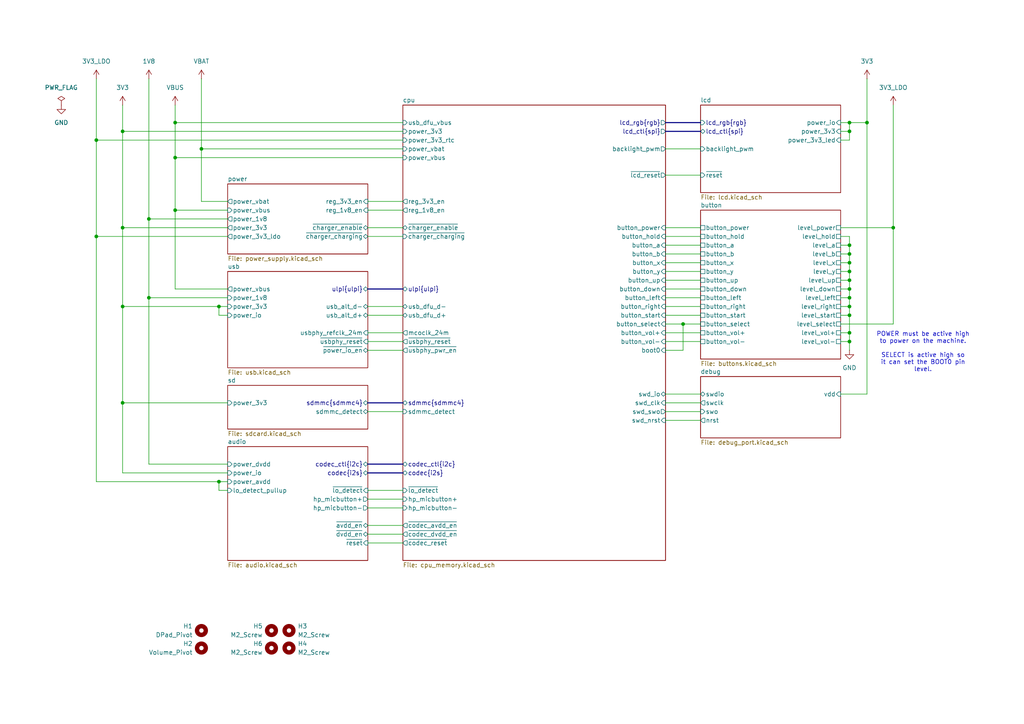
<source format=kicad_sch>
(kicad_sch (version 20250114) (generator "eeschema") (generator_version "9.0")
  (paper "A4")
  (title_block (title "Echo R1") (date "2024-11-14") (rev "Rev1") (comment 1 "Author: Aidan MacDonald") (comment 2 "Status: Released") (comment 3 "NOT RECOMMENDED FOR MANUFACTURE"))
  (lib_symbols
    (symbol "Mechanical:MountingHole" (pin_names (offset 1.016)) (exclude_from_sim yes) (in_bom no)
      (property "Reference" "H" (at 0 5.08 0))
      (property "Value" "MountingHole" (at 0 3.175 0))
      (symbol "MountingHole_0_1"
        (circle (center 0 0) (radius 1.27) (stroke (width 1.27)))
      )
    )
    (symbol "power:+1V8" (power) (pin_numbers (hide yes)) (pin_names (offset 0) (hide yes))
      (property "Value" "+1V8" (at 0 3.556 0))
      (symbol "+1V8_0_1"
        (polyline (pts (xy -0.762 1.27) (xy 0 2.54)))
        (polyline (pts (xy 0 2.54) (xy 0.762 1.27)))
        (polyline (pts (xy 0 0) (xy 0 2.54)))
      )
      (symbol "+1V8_1_1"
        (pin power_in line (at 0 0 90) (length 0) (name "~") (number "1"))
      )
    )
    (symbol "power:+3V3" (power) (pin_numbers (hide yes)) (pin_names (offset 0) (hide yes))
      (property "Value" "+3V3" (at 0 3.556 0))
      (symbol "+3V3_0_1"
        (polyline (pts (xy -0.762 1.27) (xy 0 2.54)))
        (polyline (pts (xy 0 2.54) (xy 0.762 1.27)))
        (polyline (pts (xy 0 0) (xy 0 2.54)))
      )
      (symbol "+3V3_1_1"
        (pin power_in line (at 0 0 90) (length 0) (name "~") (number "1"))
      )
    )
    (symbol "power:GND" (power) (pin_numbers (hide yes)) (pin_names (offset 0) (hide yes))
      (property "Value" "GND" (at 0 -3.81 0))
      (symbol "GND_0_1"
        (polyline (pts (xy 0 0) (xy 0 -1.27) (xy 1.27 -1.27) (xy 0 -2.54) (xy -1.27 -1.27) (xy 0 -1.27)))
      )
      (symbol "GND_1_1"
        (pin power_in line (at 0 0 270) (length 0) (name "~") (number "1"))
      )
    )
    (symbol "power:PWR_FLAG" (power) (pin_numbers (hide yes)) (pin_names (offset 0) (hide yes))
      (property "Value" "PWR_FLAG" (at 0 3.81 0))
      (symbol "PWR_FLAG_0_0"
        (pin power_out line (at 0 0 90) (length 0) (name "~") (number "1"))
      )
      (symbol "PWR_FLAG_0_1"
        (polyline (pts (xy 0 0) (xy 0 1.27) (xy -1.016 1.905) (xy 0 2.54) (xy 1.016 1.905) (xy 0 1.27)))
      )
    )
    (symbol "power:VBUS" (power) (pin_numbers (hide yes)) (pin_names (offset 0) (hide yes))
      (property "Value" "VBUS" (at 0 3.556 0))
      (symbol "VBUS_0_1"
        (polyline (pts (xy -0.762 1.27) (xy 0 2.54)))
        (polyline (pts (xy 0 2.54) (xy 0.762 1.27)))
        (polyline (pts (xy 0 0) (xy 0 2.54)))
      )
      (symbol "VBUS_1_1"
        (pin power_in line (at 0 0 90) (length 0) (name "~") (number "1"))
      )
    )
  )
  (bus_alias "i2c" (members "sda" "scl"))
  (bus_alias "i2s" (members "dplay" "drec" "bclk" "wclk" "mclk"))
  (bus_alias "rgb" (members "r[0..5]" "g[0..5]" "b[0..5]" "dotclk" "hsync" "vsync" "de"))
  (bus_alias "sdmmc4" (members "d[3..0]" "cmd" "clk"))
  (bus_alias "spi" (members "sda" "scl" "cs"))
  (bus_alias "ulpi" (members "d[7..0]" "nxt" "dir" "stp" "clk"))
  (text "POWER must be active high\nto power on the machine.\n\nSELECT is active high so\nit can set the BOOT0 pin\nlevel." (at 267.716 102.108 0) (effects (font (size 1.27 1.27))))
  (junction (at 43.18 86.36))
  (junction (at 27.94 40.64))
  (junction (at 246.38 86.36))
  (junction (at 246.38 81.28))
  (junction (at 50.8 45.72))
  (junction (at 246.38 78.74))
  (junction (at 246.38 76.2))
  (junction (at 50.8 60.96))
  (junction (at 246.38 96.52))
  (junction (at 50.8 35.56))
  (junction (at 35.56 66.04))
  (junction (at 35.56 88.9))
  (junction (at 63.5 88.9))
  (junction (at 246.38 73.66))
  (junction (at 198.12 93.98))
  (junction (at 58.42 43.18))
  (junction (at 246.38 99.06))
  (junction (at 246.38 91.44))
  (junction (at 35.56 116.84))
  (junction (at 251.46 35.56))
  (junction (at 246.38 38.1))
  (junction (at 27.94 68.58))
  (junction (at 246.38 71.12))
  (junction (at 63.5 139.7))
  (junction (at 246.38 83.82))
  (junction (at 246.38 35.56))
  (junction (at 35.56 38.1))
  (junction (at 246.38 88.9))
  (junction (at 259.08 66.04))
  (junction (at 43.18 63.5))
  (wire (pts (xy 243.84 35.56) (xy 246.38 35.56)))
  (wire (pts (xy 106.68 60.96) (xy 116.84 60.96)))
  (wire (pts (xy 50.8 45.72) (xy 50.8 60.96)))
  (wire (pts (xy 243.84 91.44) (xy 246.38 91.44)))
  (wire (pts (xy 106.68 88.9) (xy 116.84 88.9)))
  (bus (pts (xy 106.68 137.16) (xy 116.84 137.16)))
  (wire (pts (xy 66.04 91.44) (xy 63.5 91.44)))
  (wire (pts (xy 193.04 121.92) (xy 203.2 121.92)))
  (wire (pts (xy 106.68 144.78) (xy 116.84 144.78)))
  (wire (pts (xy 50.8 35.56) (xy 50.8 45.72)))
  (wire (pts (xy 66.04 60.96) (xy 50.8 60.96)))
  (wire (pts (xy 243.84 88.9) (xy 246.38 88.9)))
  (wire (pts (xy 246.38 96.52) (xy 246.38 91.44)))
  (wire (pts (xy 243.84 86.36) (xy 246.38 86.36)))
  (wire (pts (xy 50.8 83.82) (xy 50.8 60.96)))
  (wire (pts (xy 193.04 116.84) (xy 203.2 116.84)))
  (wire (pts (xy 246.38 40.64) (xy 246.38 38.1)))
  (wire (pts (xy 193.04 83.82) (xy 203.2 83.82)))
  (wire (pts (xy 246.38 35.56) (xy 251.46 35.56)))
  (wire (pts (xy 106.68 66.04) (xy 116.84 66.04)))
  (wire (pts (xy 246.38 71.12) (xy 246.38 68.58)))
  (wire (pts (xy 50.8 30.48) (xy 50.8 35.56)))
  (wire (pts (xy 193.04 88.9) (xy 203.2 88.9)))
  (wire (pts (xy 106.68 154.94) (xy 116.84 154.94)))
  (wire (pts (xy 27.94 40.64) (xy 116.84 40.64)))
  (wire (pts (xy 63.5 139.7) (xy 27.94 139.7)))
  (wire (pts (xy 246.38 76.2) (xy 246.38 73.66)))
  (wire (pts (xy 243.84 96.52) (xy 246.38 96.52)))
  (wire (pts (xy 251.46 35.56) (xy 251.46 22.86)))
  (wire (pts (xy 35.56 88.9) (xy 35.56 116.84)))
  (wire (pts (xy 243.84 40.64) (xy 246.38 40.64)))
  (wire (pts (xy 66.04 137.16) (xy 35.56 137.16)))
  (wire (pts (xy 66.04 88.9) (xy 63.5 88.9)))
  (wire (pts (xy 193.04 119.38) (xy 203.2 119.38)))
  (wire (pts (xy 27.94 40.64) (xy 27.94 22.86)))
  (bus (pts (xy 106.68 83.82) (xy 116.84 83.82)))
  (wire (pts (xy 193.04 76.2) (xy 203.2 76.2)))
  (wire (pts (xy 58.42 22.86) (xy 58.42 43.18)))
  (wire (pts (xy 198.12 93.98) (xy 203.2 93.98)))
  (wire (pts (xy 243.84 81.28) (xy 246.38 81.28)))
  (wire (pts (xy 243.84 38.1) (xy 246.38 38.1)))
  (wire (pts (xy 106.68 101.6) (xy 116.84 101.6)))
  (wire (pts (xy 66.04 86.36) (xy 43.18 86.36)))
  (wire (pts (xy 106.68 147.32) (xy 116.84 147.32)))
  (wire (pts (xy 193.04 96.52) (xy 203.2 96.52)))
  (wire (pts (xy 193.04 78.74) (xy 203.2 78.74)))
  (wire (pts (xy 246.38 88.9) (xy 246.38 86.36)))
  (wire (pts (xy 243.84 66.04) (xy 259.08 66.04)))
  (wire (pts (xy 43.18 22.86) (xy 43.18 63.5)))
  (wire (pts (xy 50.8 45.72) (xy 116.84 45.72)))
  (wire (pts (xy 35.56 66.04) (xy 35.56 88.9)))
  (wire (pts (xy 106.68 58.42) (xy 116.84 58.42)))
  (wire (pts (xy 106.68 157.48) (xy 116.84 157.48)))
  (wire (pts (xy 193.04 86.36) (xy 203.2 86.36)))
  (wire (pts (xy 58.42 43.18) (xy 58.42 58.42)))
  (wire (pts (xy 246.38 91.44) (xy 246.38 88.9)))
  (wire (pts (xy 198.12 101.6) (xy 198.12 93.98)))
  (wire (pts (xy 246.38 68.58) (xy 243.84 68.58)))
  (wire (pts (xy 193.04 101.6) (xy 198.12 101.6)))
  (wire (pts (xy 106.68 119.38) (xy 116.84 119.38)))
  (wire (pts (xy 106.68 152.4) (xy 116.84 152.4)))
  (wire (pts (xy 243.84 78.74) (xy 246.38 78.74)))
  (wire (pts (xy 246.38 73.66) (xy 246.38 71.12)))
  (wire (pts (xy 66.04 83.82) (xy 50.8 83.82)))
  (wire (pts (xy 193.04 71.12) (xy 203.2 71.12)))
  (wire (pts (xy 243.84 83.82) (xy 246.38 83.82)))
  (wire (pts (xy 66.04 68.58) (xy 27.94 68.58)))
  (wire (pts (xy 43.18 86.36) (xy 43.18 63.5)))
  (wire (pts (xy 259.08 30.48) (xy 259.08 66.04)))
  (wire (pts (xy 193.04 68.58) (xy 203.2 68.58)))
  (wire (pts (xy 43.18 63.5) (xy 66.04 63.5)))
  (wire (pts (xy 35.56 38.1) (xy 35.56 30.48)))
  (wire (pts (xy 66.04 134.62) (xy 43.18 134.62)))
  (wire (pts (xy 259.08 93.98) (xy 259.08 66.04)))
  (wire (pts (xy 50.8 35.56) (xy 116.84 35.56)))
  (wire (pts (xy 193.04 66.04) (xy 203.2 66.04)))
  (wire (pts (xy 193.04 93.98) (xy 198.12 93.98)))
  (wire (pts (xy 246.38 81.28) (xy 246.38 78.74)))
  (wire (pts (xy 35.56 38.1) (xy 116.84 38.1)))
  (wire (pts (xy 246.38 86.36) (xy 246.38 83.82)))
  (wire (pts (xy 243.84 71.12) (xy 246.38 71.12)))
  (wire (pts (xy 27.94 68.58) (xy 27.94 40.64)))
  (wire (pts (xy 66.04 58.42) (xy 58.42 58.42)))
  (wire (pts (xy 193.04 43.18) (xy 203.2 43.18)))
  (wire (pts (xy 106.68 91.44) (xy 116.84 91.44)))
  (bus (pts (xy 106.68 116.84) (xy 116.84 116.84)))
  (wire (pts (xy 243.84 99.06) (xy 246.38 99.06)))
  (wire (pts (xy 35.56 66.04) (xy 35.56 38.1)))
  (wire (pts (xy 243.84 73.66) (xy 246.38 73.66)))
  (wire (pts (xy 66.04 142.24) (xy 63.5 142.24)))
  (wire (pts (xy 193.04 73.66) (xy 203.2 73.66)))
  (wire (pts (xy 246.38 99.06) (xy 246.38 96.52)))
  (wire (pts (xy 106.68 142.24) (xy 116.84 142.24)))
  (bus (pts (xy 193.04 35.56) (xy 203.2 35.56)))
  (wire (pts (xy 193.04 99.06) (xy 203.2 99.06)))
  (wire (pts (xy 193.04 114.3) (xy 203.2 114.3)))
  (wire (pts (xy 193.04 50.8) (xy 203.2 50.8)))
  (wire (pts (xy 43.18 134.62) (xy 43.18 86.36)))
  (wire (pts (xy 66.04 66.04) (xy 35.56 66.04)))
  (wire (pts (xy 246.38 83.82) (xy 246.38 81.28)))
  (wire (pts (xy 66.04 116.84) (xy 35.56 116.84)))
  (wire (pts (xy 251.46 114.3) (xy 243.84 114.3)))
  (wire (pts (xy 27.94 139.7) (xy 27.94 68.58)))
  (wire (pts (xy 35.56 116.84) (xy 35.56 137.16)))
  (wire (pts (xy 58.42 43.18) (xy 116.84 43.18)))
  (wire (pts (xy 246.38 101.6) (xy 246.38 99.06)))
  (wire (pts (xy 251.46 35.56) (xy 251.46 114.3)))
  (bus (pts (xy 106.68 134.62) (xy 116.84 134.62)))
  (bus (pts (xy 193.04 38.1) (xy 203.2 38.1)))
  (wire (pts (xy 106.68 99.06) (xy 116.84 99.06)))
  (wire (pts (xy 106.68 96.52) (xy 116.84 96.52)))
  (wire (pts (xy 243.84 76.2) (xy 246.38 76.2)))
  (wire (pts (xy 246.38 35.56) (xy 246.38 38.1)))
  (wire (pts (xy 63.5 139.7) (xy 63.5 142.24)))
  (wire (pts (xy 246.38 78.74) (xy 246.38 76.2)))
  (wire (pts (xy 243.84 93.98) (xy 259.08 93.98)))
  (wire (pts (xy 106.68 68.58) (xy 116.84 68.58)))
  (wire (pts (xy 63.5 91.44) (xy 63.5 88.9)))
  (wire (pts (xy 35.56 88.9) (xy 63.5 88.9)))
  (wire (pts (xy 193.04 81.28) (xy 203.2 81.28)))
  (wire (pts (xy 193.04 91.44) (xy 203.2 91.44)))
  (wire (pts (xy 66.04 139.7) (xy 63.5 139.7)))
  (symbol (lib_id "power:+3V3") (at 27.94 22.86 0) (unit 1)
    (property "Reference" "#PWR01" (effects (hide yes)))
    (property "Value" "3V3_LDO" (at 27.94 17.78 0))
    (property "Description" "Power symbol creates a global label with name \"+3V3\"" (effects (hide yes)))
  )
  (symbol (lib_id "power:VBUS") (at 50.8 30.48 0) (unit 1)
    (property "Reference" "#PWR04" (effects (hide yes)))
    (property "Value" "VBUS" (at 50.8 25.4 0))
    (property "Description" "Power symbol creates a global label with name \"VBUS\"" (effects (hide yes)))
  )
  (symbol (lib_id "Mechanical:MountingHole") (at 78.74 182.88 0) (mirror y) (unit 1) (exclude_from_sim yes) (in_bom no)
    (property "Reference" "H5" (at 76.2 181.6099 0) (effects (justify left)))
    (property "Value" "M2_Screw" (at 76.2 184.1499 0) (effects (justify left)))
    (property "Footprint" "MountingHole:MountingHole_2.2mm_M2" (effects (hide yes)))
    (property "Description" "Mounting Hole without connection" (effects (hide yes)))
  )
  (symbol (lib_id "power:VBUS") (at 58.42 22.86 0) (unit 1)
    (property "Reference" "#PWR05" (effects (hide yes)))
    (property "Value" "VBAT" (at 58.42 17.78 0))
    (property "Description" "Power symbol creates a global label with name \"VBUS\"" (effects (hide yes)))
  )
  (symbol (lib_id "power:+3V3") (at 259.08 30.48 0) (unit 1)
    (property "Reference" "#PWR08" (effects (hide yes)))
    (property "Value" "3V3_LDO" (at 259.08 25.4 0))
    (property "Description" "Power symbol creates a global label with name \"+3V3\"" (effects (hide yes)))
  )
  (symbol (lib_id "power:PWR_FLAG") (at 17.78 30.48 0) (unit 1)
    (property "Reference" "#FLG07" (effects (hide yes)))
    (property "Value" "PWR_FLAG" (at 17.78 25.4 0))
    (property "Description" "Special symbol for telling ERC where power comes from" (effects (hide yes)))
  )
  (symbol (lib_id "power:GND") (at 17.78 30.48 0) (unit 1)
    (property "Reference" "#PWR053" (effects (hide yes)))
    (property "Value" "GND" (at 17.78 35.56 0))
    (property "Description" "Power symbol creates a global label with name \"GND\" , ground" (effects (hide yes)))
  )
  (symbol (lib_id "Mechanical:MountingHole") (at 83.82 187.96 0) (unit 1) (exclude_from_sim yes) (in_bom no)
    (property "Reference" "H4" (at 86.36 186.6899 0) (effects (justify left)))
    (property "Value" "M2_Screw" (at 86.36 189.2299 0) (effects (justify left)))
    (property "Footprint" "MountingHole:MountingHole_2.2mm_M2" (effects (hide yes)))
    (property "Description" "Mounting Hole without connection" (effects (hide yes)))
  )
  (symbol (lib_id "power:+1V8") (at 43.18 22.86 0) (unit 1)
    (property "Reference" "#PWR03" (effects (hide yes)))
    (property "Value" "1V8" (at 43.18 17.78 0))
    (property "Description" "Power symbol creates a global label with name \"+1V8\"" (effects (hide yes)))
  )
  (symbol (lib_id "Mechanical:MountingHole") (at 78.74 187.96 0) (mirror y) (unit 1) (exclude_from_sim yes) (in_bom no)
    (property "Reference" "H6" (at 76.2 186.6899 0) (effects (justify left)))
    (property "Value" "M2_Screw" (at 76.2 189.2299 0) (effects (justify left)))
    (property "Footprint" "MountingHole:MountingHole_2.2mm_M2" (effects (hide yes)))
    (property "Description" "Mounting Hole without connection" (effects (hide yes)))
  )
  (symbol (lib_id "Mechanical:MountingHole") (at 58.42 182.88 0) (mirror y) (unit 1) (exclude_from_sim yes) (in_bom no)
    (property "Reference" "H1" (at 55.88 181.6099 0) (effects (justify left)))
    (property "Value" "DPad_Pivot" (at 55.88 184.1499 0) (effects (justify left)))
    (property "Footprint" "MountingHole:MountingHole_4mm" (effects (hide yes)))
    (property "Description" "Mounting Hole without connection" (effects (hide yes)))
  )
  (symbol (lib_id "power:+1V8") (at 251.46 22.86 0) (mirror y) (unit 1)
    (property "Reference" "#PWR07" (effects (hide yes)))
    (property "Value" "3V3" (at 251.46 17.78 0))
    (property "Description" "Power symbol creates a global label with name \"+1V8\"" (effects (hide yes)))
  )
  (symbol (lib_id "power:+3V3") (at 35.56 30.48 0) (unit 1)
    (property "Reference" "#PWR02" (effects (hide yes)))
    (property "Value" "3V3" (at 35.56 25.4 0))
    (property "Description" "Power symbol creates a global label with name \"+3V3\"" (effects (hide yes)))
  )
  (symbol (lib_id "Mechanical:MountingHole") (at 83.82 182.88 0) (unit 1) (exclude_from_sim yes) (in_bom no)
    (property "Reference" "H3" (at 86.36 181.6099 0) (effects (justify left)))
    (property "Value" "M2_Screw" (at 86.36 184.1499 0) (effects (justify left)))
    (property "Footprint" "MountingHole:MountingHole_2.2mm_M2" (effects (hide yes)))
    (property "Description" "Mounting Hole without connection" (effects (hide yes)))
  )
  (symbol (lib_id "power:GND") (at 246.38 101.6 0) (unit 1)
    (property "Reference" "#PWR058" (effects (hide yes)))
    (property "Value" "GND" (at 246.38 106.68 0))
    (property "Description" "Power symbol creates a global label with name \"GND\" , ground" (effects (hide yes)))
  )
  (symbol (lib_id "Mechanical:MountingHole") (at 58.42 187.96 0) (mirror y) (unit 1) (exclude_from_sim yes) (in_bom no)
    (property "Reference" "H2" (at 55.88 186.6899 0) (effects (justify left)))
    (property "Value" "Volume_Pivot" (at 55.88 189.2299 0) (effects (justify left)))
    (property "Footprint" "MountingHole:MountingHole_4mm" (effects (hide yes)))
    (property "Description" "Mounting Hole without connection" (effects (hide yes)))
  )
  (sheet (at 66.04 78.74) (size 40.64 27.94) (stroke (width 0.1524))
    (property "Sheetname" "usb" (at 66.04 78.0284 0) (effects (justify left bottom)))
    (property "Sheetfile" "usb.kicad_sch" (at 66.04 107.2646 0) (effects (justify left top)))
    (pin "power_io" input (at 66.04 91.44 180))
    (pin "power_1v8" input (at 66.04 86.36 180))
    (pin "power_3v3" input (at 66.04 88.9 180))
    (pin "~{usbphy_reset}" input (at 106.68 99.06 0))
    (pin "usb_alt_d+" bidirectional (at 106.68 91.44 0))
    (pin "usb_alt_d-" bidirectional (at 106.68 88.9 0))
    (pin "usbphy_refclk_24m" input (at 106.68 96.52 0))
    (pin "power_vbus" output (at 66.04 83.82 180))
    (pin "~{power_io_en}" tri_state (at 106.68 101.6 0))
    (pin "ulpi{ulpi}" bidirectional (at 106.68 83.82 0))
  )
  (sheet (at 66.04 111.76) (size 40.64 12.7) (stroke (width 0.1524))
    (property "Sheetname" "sd" (at 66.04 111.0484 0) (effects (justify left bottom)))
    (property "Sheetfile" "sdcard.kicad_sch" (at 66.04 125.0446 0) (effects (justify left top)))
    (pin "sdmmc_detect" tri_state (at 106.68 119.38 0))
    (pin "power_3v3" input (at 66.04 116.84 180))
    (pin "sdmmc{sdmmc4}" bidirectional (at 106.68 116.84 0))
  )
  (sheet (at 203.2 30.48) (size 40.64 25.4) (stroke (width 0.1524))
    (property "Sheetname" "lcd" (at 203.2 29.7684 0) (effects (justify left bottom)))
    (property "Sheetfile" "lcd.kicad_sch" (at 203.2 56.4646 0) (effects (justify left top)))
    (pin "power_io" input (at 243.84 35.56 0))
    (pin "power_3v3" input (at 243.84 38.1 0))
    (pin "backlight_pwm" input (at 203.2 43.18 180))
    (pin "power_3v3_led" input (at 243.84 40.64 0))
    (pin "~{reset}" input (at 203.2 50.8 180))
    (pin "lcd_ctl{spi}" bidirectional (at 203.2 38.1 180))
    (pin "lcd_rgb{rgb}" input (at 203.2 35.56 180))
  )
  (sheet (at 66.04 53.34) (size 40.64 20.32) (stroke (width 0.1524))
    (property "Sheetname" "power" (at 66.04 52.6284 0) (effects (justify left bottom)))
    (property "Sheetfile" "power_supply.kicad_sch" (at 66.04 74.2446 0) (effects (justify left top)))
    (pin "power_vbat" output (at 66.04 58.42 180))
    (pin "power_vbus" input (at 66.04 60.96 180))
    (pin "power_1v8" output (at 66.04 63.5 180))
    (pin "power_3v3" output (at 66.04 66.04 180))
    (pin "reg_1v8_en" input (at 106.68 60.96 0))
    (pin "~{charger_charging}" tri_state (at 106.68 68.58 0))
    (pin "power_3v3_ldo" output (at 66.04 68.58 180))
    (pin "reg_3v3_en" input (at 106.68 58.42 0))
    (pin "~{charger_enable}" tri_state (at 106.68 66.04 0))
  )
  (sheet (at 203.2 60.96) (size 40.64 43.18) (stroke (width 0.1524))
    (property "Sheetname" "button" (at 203.2 60.2484 0) (effects (justify left bottom)))
    (property "Sheetfile" "buttons.kicad_sch" (at 203.2 104.7246 0) (effects (justify left top)))
    (pin "button_b" passive (at 203.2 73.66 180))
    (pin "button_a" passive (at 203.2 71.12 180))
    (pin "button_power" passive (at 203.2 66.04 180))
    (pin "level_power" passive (at 243.84 66.04 0))
    (pin "level_a" passive (at 243.84 71.12 0))
    (pin "level_b" passive (at 243.84 73.66 0))
    (pin "button_hold" passive (at 203.2 68.58 180))
    (pin "level_hold" passive (at 243.84 68.58 0))
    (pin "level_x" passive (at 243.84 76.2 0))
    (pin "level_y" passive (at 243.84 78.74 0))
    (pin "button_y" passive (at 203.2 78.74 180))
    (pin "button_x" passive (at 203.2 76.2 180))
    (pin "button_select" passive (at 203.2 93.98 180))
    (pin "button_start" passive (at 203.2 91.44 180))
    (pin "level_start" passive (at 243.84 91.44 0))
    (pin "level_select" passive (at 243.84 93.98 0))
    (pin "level_up" passive (at 243.84 81.28 0))
    (pin "level_down" passive (at 243.84 83.82 0))
    (pin "level_left" passive (at 243.84 86.36 0))
    (pin "level_right" passive (at 243.84 88.9 0))
    (pin "button_right" passive (at 203.2 88.9 180))
    (pin "button_left" passive (at 203.2 86.36 180))
    (pin "button_down" passive (at 203.2 83.82 180))
    (pin "button_up" passive (at 203.2 81.28 180))
    (pin "button_vol+" passive (at 203.2 96.52 180))
    (pin "button_vol-" passive (at 203.2 99.06 180))
    (pin "level_vol+" passive (at 243.84 96.52 0))
    (pin "level_vol-" passive (at 243.84 99.06 0))
  )
  (sheet (at 116.84 30.48) (size 76.2 132.08) (stroke (width 0.1524))
    (property "Sheetname" "cpu" (at 116.84 29.7684 0) (effects (justify left bottom)))
    (property "Sheetfile" "cpu_memory.kicad_sch" (at 116.84 163.1446 0) (effects (justify left top)))
    (pin "usb_dfu_d+" bidirectional (at 116.84 91.44 180))
    (pin "swd_swo" output (at 193.04 119.38 0))
    (pin "usb_dfu_d-" bidirectional (at 116.84 88.9 180))
    (pin "swd_io" bidirectional (at 193.04 114.3 0))
    (pin "boot0" input (at 193.04 101.6 0))
    (pin "swd_nrst" input (at 193.04 121.92 0))
    (pin "swd_clk" input (at 193.04 116.84 0))
    (pin "usb_dfu_vbus" input (at 116.84 35.56 180))
    (pin "mcoclk_24m" output (at 116.84 96.52 180))
    (pin "button_power" input (at 193.04 66.04 0))
    (pin "power_3v3" input (at 116.84 38.1 180))
    (pin "power_3v3_rtc" input (at 116.84 40.64 180))
    (pin "backlight_pwm" output (at 193.04 43.18 0))
    (pin "button_hold" input (at 193.04 68.58 0))
    (pin "sdmmc_detect" input (at 116.84 119.38 180))
    (pin "~{lo_detect}" input (at 116.84 142.24 180))
    (pin "~{charger_charging}" input (at 116.84 68.58 180))
    (pin "~{codec_dvdd_en}" output (at 116.84 154.94 180))
    (pin "~{codec_reset}" output (at 116.84 157.48 180))
    (pin "reg_1v8_en" output (at 116.84 60.96 180))
    (pin "~{codec_avdd_en}" output (at 116.84 152.4 180))
    (pin "~{usbphy_pwr_en}" output (at 116.84 101.6 180))
    (pin "~{usbphy_reset}" output (at 116.84 99.06 180))
    (pin "~{lcd_reset}" output (at 193.04 50.8 0))
    (pin "button_select" input (at 193.04 93.98 0))
    (pin "button_start" input (at 193.04 91.44 0))
    (pin "button_x" input (at 193.04 76.2 0))
    (pin "button_y" input (at 193.04 78.74 0))
    (pin "button_a" input (at 193.04 71.12 0))
    (pin "button_b" input (at 193.04 73.66 0))
    (pin "button_up" input (at 193.04 81.28 0))
    (pin "button_down" input (at 193.04 83.82 0))
    (pin "button_left" input (at 193.04 86.36 0))
    (pin "button_right" input (at 193.04 88.9 0))
    (pin "button_vol+" input (at 193.04 96.52 0))
    (pin "button_vol-" input (at 193.04 99.06 0))
    (pin "lcd_rgb{rgb}" output (at 193.04 35.56 0))
    (pin "lcd_ctl{spi}" output (at 193.04 38.1 0))
    (pin "sdmmc{sdmmc4}" bidirectional (at 116.84 116.84 180))
    (pin "codec_ctl{i2c}" bidirectional (at 116.84 134.62 180))
    (pin "codec{i2s}" bidirectional (at 116.84 137.16 180))
    (pin "ulpi{ulpi}" bidirectional (at 116.84 83.82 180))
    (pin "power_vbat" input (at 116.84 43.18 180))
    (pin "power_vbus" input (at 116.84 45.72 180))
    (pin "reg_3v3_en" output (at 116.84 58.42 180))
    (pin "~{charger_enable}" tri_state (at 116.84 66.04 180))
    (pin "hp_micbutton-" input (at 116.84 147.32 180))
    (pin "hp_micbutton+" input (at 116.84 144.78 180))
  )
  (sheet (at 203.2 109.22) (size 40.64 17.78) (stroke (width 0.1524))
    (property "Sheetname" "debug" (at 203.2 108.5084 0) (effects (justify left bottom)))
    (property "Sheetfile" "debug_port.kicad_sch" (at 203.2 127.5846 0) (effects (justify left top)))
    (pin "nrst" output (at 203.2 121.92 180))
    (pin "swo" input (at 203.2 119.38 180))
    (pin "vdd" input (at 243.84 114.3 0))
    (pin "swdio" bidirectional (at 203.2 114.3 180))
    (pin "swclk" output (at 203.2 116.84 180))
  )
  (sheet (at 66.04 129.54) (size 40.64 33.02) (stroke (width 0.1524))
    (property "Sheetname" "audio" (at 66.04 128.8284 0) (effects (justify left bottom)))
    (property "Sheetfile" "audio.kicad_sch" (at 66.04 163.1446 0) (effects (justify left top)))
    (pin "power_io" input (at 66.04 137.16 180))
    (pin "power_dvdd" input (at 66.04 134.62 180))
    (pin "~{dvdd_en}" tri_state (at 106.68 154.94 0))
    (pin "~{reset}" input (at 106.68 157.48 0))
    (pin "power_avdd" input (at 66.04 139.7 180))
    (pin "~{avdd_en}" tri_state (at 106.68 152.4 0))
    (pin "~{lo_detect}" input (at 106.68 142.24 0))
    (pin "lo_detect_pullup" input (at 66.04 142.24 180))
    (pin "codec{i2s}" bidirectional (at 106.68 137.16 0))
    (pin "codec_ctl{i2c}" bidirectional (at 106.68 134.62 0))
    (pin "hp_micbutton+" output (at 106.68 144.78 0))
    (pin "hp_micbutton-" output (at 106.68 147.32 0))
  )
)
</source>
